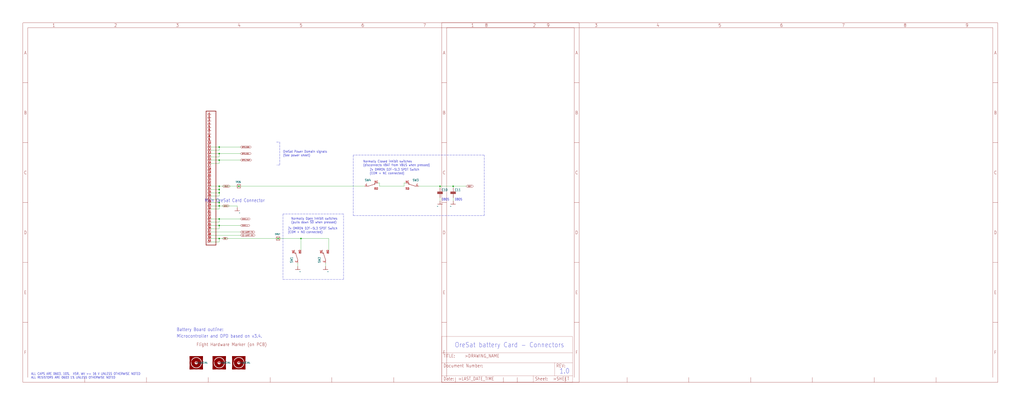
<source format=kicad_sch>
(kicad_sch (version 20211123) (generator eeschema)
  (paper "User" 795.02 317.906)
  (lib_symbols
    (symbol "oresat-batteries-eagle-import:C-EU0805-B-NOSILK"
      (property "Reference" "C" (at 1.524 0.381 0))
      (property "Value" "C-EU0805-B-NOSILK" (at 1.524 -4.699 0))
      (symbol "C-EU0805-B-NOSILK_1_0"
        (rectangle (start -2.032 -2.032) (end 2.032 -1.524) (fill (type outline)))
        (rectangle (start -2.032 -1.016) (end 2.032 -0.508) (fill (type outline)))
        (polyline (pts (xy 0 -2.54) (xy 0 -2.032)) (stroke (width 0.1524)))
        (polyline (pts (xy 0 0) (xy 0 -0.508)) (stroke (width 0.1524)))
        (pin passive line (at 0 2.54 270) (length 2.54) (name "1") (number "1"))
        (pin passive line (at 0 -5.08 90) (length 2.54) (name "2") (number "2"))
      )
    )
    (symbol "oresat-batteries-eagle-import:FIDUCIAL-1.0X2.0"
      (symbol "FIDUCIAL-1.0X2.0_1_0"
        (rectangle (start -5.08 -5.08) (end -3.556 -2.54) (fill (type outline)))
        (rectangle (start -5.08 -5.08) (end -2.54 -3.556) (fill (type outline)))
        (rectangle (start -5.08 2.54) (end -3.556 5.08) (fill (type outline)))
        (rectangle (start -5.08 3.556) (end -2.54 5.08) (fill (type outline)))
        (polyline (pts (xy -5.08 -5.08) (xy -5.08 5.08)) (stroke (width 0.127)))
        (polyline (pts (xy -5.08 -5.08) (xy 5.08 -5.08)) (stroke (width 0.127)))
        (polyline (pts (xy -5.08 5.08) (xy 5.08 5.08)) (stroke (width 0.127)))
        (polyline (pts (xy -4.699 2.54) (xy -4.699 -2.54)) (stroke (width 0.762)))
        (polyline (pts (xy -2.54 -4.699) (xy 2.54 -4.699)) (stroke (width 0.762)))
        (polyline (pts (xy -2.54 4.699) (xy 2.54 4.699)) (stroke (width 0.762)))
        (polyline (pts (xy 4.699 -2.54) (xy 4.699 2.54)) (stroke (width 0.762)))
        (polyline (pts (xy 5.08 5.08) (xy 5.08 -5.08)) (stroke (width 0.127)))
        (circle (center 0 0) (radius 2.54) (stroke (width 2.54)))
        (circle (center 0 0) (radius 4.699) (stroke (width 0.762)))
        (rectangle (start 2.54 -5.08) (end 5.08 -3.556) (fill (type outline)))
        (rectangle (start 2.54 3.556) (end 5.08 5.08) (fill (type outline)))
        (rectangle (start 3.556 -5.08) (end 5.08 -2.54) (fill (type outline)))
        (rectangle (start 3.556 2.54) (end 5.08 5.08) (fill (type outline)))
        (pin no_connect line (at 0 0 0) (length 0) (name "FIDUCIAL") (number "FIDUCIAL"))
      )
    )
    (symbol "oresat-batteries-eagle-import:FLIGHMARKERNEW"
      (symbol "FLIGHMARKERNEW_1_0"
        (text "Flight Hardware Marker (on PCB)" (at 0 0 0) (effects (font (size 2.54 2.159)) (justify left bottom)))
      )
    )
    (symbol "oresat-batteries-eagle-import:FRAME_B_L"
      (symbol "FRAME_B_L_0_0"
        (polyline (pts (xy 0 46.5667) (xy 3.81 46.5667)))
        (polyline (pts (xy 0 93.1333) (xy 3.81 93.1333)))
        (polyline (pts (xy 0 139.7) (xy 3.81 139.7)))
        (polyline (pts (xy 0 186.2667) (xy 3.81 186.2667)))
        (polyline (pts (xy 0 232.8333) (xy 3.81 232.8333)))
        (polyline (pts (xy 3.81 3.81) (xy 3.81 275.59)))
        (polyline (pts (xy 47.9778 0) (xy 47.9778 3.81)))
        (polyline (pts (xy 95.9556 0) (xy 95.9556 3.81)))
        (polyline (pts (xy 143.9333 0) (xy 143.9333 3.81)))
        (polyline (pts (xy 191.9111 0) (xy 191.9111 3.81)))
        (polyline (pts (xy 239.8889 0) (xy 239.8889 3.81)))
        (polyline (pts (xy 287.8667 0) (xy 287.8667 3.81)))
        (polyline (pts (xy 335.8444 0) (xy 335.8444 3.81)))
        (polyline (pts (xy 383.8222 0) (xy 383.8222 3.81)))
        (polyline (pts (xy 427.99 3.81) (xy 427.99 275.59)))
        (polyline (pts (xy 427.99 46.5667) (xy 431.8 46.5667)))
        (polyline (pts (xy 427.99 93.1333) (xy 431.8 93.1333)))
        (polyline (pts (xy 427.99 139.7) (xy 431.8 139.7)))
        (polyline (pts (xy 427.99 186.2667) (xy 431.8 186.2667)))
        (polyline (pts (xy 427.99 232.8333) (xy 431.8 232.8333)))
        (polyline (pts (xy 427.99 275.59) (xy 3.81 275.59)))
        (polyline (pts (xy 0 0) (xy 431.8 0) (xy 431.8 279.4) (xy 0 279.4) (xy 0 0)))
        (text "1" (at 23.9889 277.495 0) (effects (font (size 2.54 2.286))))
        (text "2" (at 71.9667 277.495 0) (effects (font (size 2.54 2.286))))
        (text "3" (at 119.9444 277.495 0) (effects (font (size 2.54 2.286))))
        (text "4" (at 167.9222 277.495 0) (effects (font (size 2.54 2.286))))
        (text "5" (at 215.9 277.495 0) (effects (font (size 2.54 2.286))))
        (text "6" (at 263.8778 277.495 0) (effects (font (size 2.54 2.286))))
        (text "7" (at 311.8556 277.495 0) (effects (font (size 2.54 2.286))))
        (text "8" (at 359.8333 277.495 0) (effects (font (size 2.54 2.286))))
        (text "9" (at 407.8111 277.495 0) (effects (font (size 2.54 2.286))))
        (text "A" (at 1.905 256.1167 0) (effects (font (size 2.54 2.286))))
        (text "A" (at 429.895 256.1167 0) (effects (font (size 2.54 2.286))))
        (text "B" (at 1.905 209.55 0) (effects (font (size 2.54 2.286))))
        (text "B" (at 429.895 209.55 0) (effects (font (size 2.54 2.286))))
        (text "C" (at 1.905 162.9833 0) (effects (font (size 2.54 2.286))))
        (text "C" (at 429.895 162.9833 0) (effects (font (size 2.54 2.286))))
        (text "D" (at 1.905 116.4167 0) (effects (font (size 2.54 2.286))))
        (text "D" (at 429.895 116.4167 0) (effects (font (size 2.54 2.286))))
        (text "E" (at 1.905 69.85 0) (effects (font (size 2.54 2.286))))
        (text "E" (at 429.895 69.85 0) (effects (font (size 2.54 2.286))))
        (text "F" (at 1.905 23.2833 0) (effects (font (size 2.54 2.286))))
        (text "F" (at 429.895 23.2833 0) (effects (font (size 2.54 2.286))))
      )
      (symbol "FRAME_B_L_2_0"
        (polyline (pts (xy 0 0) (xy 0 5.08)) (stroke (width 0.1016)))
        (polyline (pts (xy 0 0) (xy 71.12 0)) (stroke (width 0.1016)))
        (polyline (pts (xy 0 5.08) (xy 0 15.24)) (stroke (width 0.1016)))
        (polyline (pts (xy 0 5.08) (xy 71.12 5.08)) (stroke (width 0.1016)))
        (polyline (pts (xy 0 15.24) (xy 0 22.86)) (stroke (width 0.1016)))
        (polyline (pts (xy 0 22.86) (xy 0 35.56)) (stroke (width 0.1016)))
        (polyline (pts (xy 0 22.86) (xy 101.6 22.86)) (stroke (width 0.1016)))
        (polyline (pts (xy 71.12 0) (xy 101.6 0)) (stroke (width 0.1016)))
        (polyline (pts (xy 71.12 5.08) (xy 71.12 0)) (stroke (width 0.1016)))
        (polyline (pts (xy 71.12 5.08) (xy 87.63 5.08)) (stroke (width 0.1016)))
        (polyline (pts (xy 87.63 5.08) (xy 101.6 5.08)) (stroke (width 0.1016)))
        (polyline (pts (xy 87.63 15.24) (xy 0 15.24)) (stroke (width 0.1016)))
        (polyline (pts (xy 87.63 15.24) (xy 87.63 5.08)) (stroke (width 0.1016)))
        (polyline (pts (xy 101.6 5.08) (xy 101.6 0)) (stroke (width 0.1016)))
        (polyline (pts (xy 101.6 15.24) (xy 87.63 15.24)) (stroke (width 0.1016)))
        (polyline (pts (xy 101.6 15.24) (xy 101.6 5.08)) (stroke (width 0.1016)))
        (polyline (pts (xy 101.6 22.86) (xy 101.6 15.24)) (stroke (width 0.1016)))
        (polyline (pts (xy 101.6 35.56) (xy 0 35.56)) (stroke (width 0.1016)))
        (polyline (pts (xy 101.6 35.56) (xy 101.6 22.86)) (stroke (width 0.1016)))
        (text ">DRAWING_NAME" (at 17.78 19.05 0) (effects (font (size 2.54 2.159)) (justify left bottom)))
        (text ">LAST_DATE_TIME" (at 12.7 1.27 0) (effects (font (size 2.54 2.159)) (justify left bottom)))
        (text ">SHEET" (at 86.36 1.27 0) (effects (font (size 2.54 2.159)) (justify left bottom)))
        (text "Date:" (at 1.27 1.27 0) (effects (font (size 2.54 2.159)) (justify left bottom)))
        (text "Document Number:" (at 1.27 11.43 0) (effects (font (size 2.54 2.159)) (justify left bottom)))
        (text "REV:" (at 88.9 11.43 0) (effects (font (size 2.54 2.159)) (justify left bottom)))
        (text "Sheet:" (at 72.39 1.27 0) (effects (font (size 2.54 2.159)) (justify left bottom)))
        (text "TITLE:" (at 1.27 19.05 0) (effects (font (size 2.54 2.159)) (justify left bottom)))
      )
    )
    (symbol "oresat-batteries-eagle-import:GND" (power)
      (property "Value" "GND" (at -2.54 -2.54 0))
      (symbol "GND_1_0"
        (polyline (pts (xy -1.905 0) (xy 1.905 0)) (stroke (width 0.254)))
        (pin power_in line (at 0 2.54 270) (length 2.54) (name "GND") (number "1"))
      )
    )
    (symbol "oresat-batteries-eagle-import:J-SAMTEC-TFM-120-X1-XXX-D-RA"
      (property "Reference" "J" (at -6.35 51.435 0))
      (property "Value" "J-SAMTEC-TFM-120-X1-XXX-D-RA" (at -6.35 -55.88 0))
      (symbol "J-SAMTEC-TFM-120-X1-XXX-D-RA_1_0"
        (polyline (pts (xy -6.35 -53.34) (xy 1.27 -53.34)) (stroke (width 0.4064)))
        (polyline (pts (xy -6.35 50.8) (xy -6.35 -53.34)) (stroke (width 0.4064)))
        (polyline (pts (xy 1.27 -53.34) (xy 1.27 50.8)) (stroke (width 0.4064)))
        (polyline (pts (xy 1.27 50.8) (xy -6.35 50.8)) (stroke (width 0.4064)))
        (pin passive inverted (at -2.54 48.26 0) (length 2.54) (name "1") (number "1"))
        (pin passive inverted (at -2.54 25.4 0) (length 2.54) (name "10") (number "10"))
        (pin passive inverted (at -2.54 22.86 0) (length 2.54) (name "11") (number "11"))
        (pin passive inverted (at -2.54 20.32 0) (length 2.54) (name "12") (number "12"))
        (pin passive inverted (at -2.54 17.78 0) (length 2.54) (name "13") (number "13"))
        (pin passive inverted (at -2.54 15.24 0) (length 2.54) (name "14") (number "14"))
        (pin passive inverted (at -2.54 12.7 0) (length 2.54) (name "15") (number "15"))
        (pin passive inverted (at -2.54 10.16 0) (length 2.54) (name "16") (number "16"))
        (pin passive inverted (at -2.54 7.62 0) (length 2.54) (name "17") (number "17"))
        (pin passive inverted (at -2.54 5.08 0) (length 2.54) (name "18") (number "18"))
        (pin passive inverted (at -2.54 2.54 0) (length 2.54) (name "19") (number "19"))
        (pin passive inverted (at -2.54 45.72 0) (length 2.54) (name "2") (number "2"))
        (pin passive inverted (at -2.54 0 0) (length 2.54) (name "20") (number "20"))
        (pin passive inverted (at -2.54 -2.54 0) (length 2.54) (name "21") (number "21"))
        (pin passive inverted (at -2.54 -5.08 0) (length 2.54) (name "22") (number "22"))
        (pin passive inverted (at -2.54 -7.62 0) (length 2.54) (name "23") (number "23"))
        (pin passive inverted (at -2.54 -10.16 0) (length 2.54) (name "24") (number "24"))
        (pin passive inverted (at -2.54 -12.7 0) (length 2.54) (name "25") (number "25"))
        (pin passive inverted (at -2.54 -15.24 0) (length 2.54) (name "26") (number "26"))
        (pin passive inverted (at -2.54 -17.78 0) (length 2.54) (name "27") (number "27"))
        (pin passive inverted (at -2.54 -20.32 0) (length 2.54) (name "28") (number "28"))
        (pin passive inverted (at -2.54 -22.86 0) (length 2.54) (name "29") (number "29"))
        (pin passive inverted (at -2.54 43.18 0) (length 2.54) (name "3") (number "3"))
        (pin passive inverted (at -2.54 -25.4 0) (length 2.54) (name "30") (number "30"))
        (pin passive inverted (at -2.54 -27.94 0) (length 2.54) (name "31") (number "31"))
        (pin passive inverted (at -2.54 -30.48 0) (length 2.54) (name "32") (number "32"))
        (pin passive inverted (at -2.54 -33.02 0) (length 2.54) (name "33") (number "33"))
        (pin passive inverted (at -2.54 -35.56 0) (length 2.54) (name "34") (number "34"))
        (pin passive inverted (at -2.54 -38.1 0) (length 2.54) (name "35") (number "35"))
        (pin passive inverted (at -2.54 -40.64 0) (length 2.54) (name "36") (number "36"))
        (pin passive inverted (at -2.54 -43.18 0) (length 2.54) (name "37") (number "37"))
        (pin passive inverted (at -2.54 -45.72 0) (length 2.54) (name "38") (number "38"))
        (pin passive inverted (at -2.54 -48.26 0) (length 2.54) (name "39") (number "39"))
        (pin passive inverted (at -2.54 40.64 0) (length 2.54) (name "4") (number "4"))
        (pin passive inverted (at -2.54 -50.8 0) (length 2.54) (name "40") (number "40"))
        (pin passive inverted (at -2.54 38.1 0) (length 2.54) (name "5") (number "5"))
        (pin passive inverted (at -2.54 35.56 0) (length 2.54) (name "6") (number "6"))
        (pin passive inverted (at -2.54 33.02 0) (length 2.54) (name "7") (number "7"))
        (pin passive inverted (at -2.54 30.48 0) (length 2.54) (name "8") (number "8"))
        (pin passive inverted (at -2.54 27.94 0) (length 2.54) (name "9") (number "9"))
      )
    )
    (symbol "oresat-batteries-eagle-import:OMRON-D2F-L3-D-LEFT"
      (property "Reference" "SW" (at -5.08 3.81 0))
      (property "Value" "OMRON-D2F-L3-D-LEFT" (at -5.08 -5.08 0))
      (symbol "OMRON-D2F-L3-D-LEFT_1_0"
        (polyline (pts (xy -2.54 0) (xy 3.048 1.778)) (stroke (width 0.254)))
        (polyline (pts (xy 2.54 -2.54) (xy 2.54 -1.27)) (stroke (width 0.254)))
        (polyline (pts (xy 2.54 2.54) (xy 2.54 1.27)) (stroke (width 0.254)))
        (pin passive line (at -5.08 0 0) (length 2.54) (name "COM") (number "C"))
        (pin passive line (at 5.08 2.54 180) (length 2.54) (name "NC") (number "NC"))
        (pin passive line (at 5.08 -2.54 180) (length 2.54) (name "NO") (number "NO"))
      )
    )
    (symbol "oresat-batteries-eagle-import:OMRON-D2F-L3-D-RIGHT"
      (property "Reference" "SW" (at -5.08 3.81 0))
      (property "Value" "OMRON-D2F-L3-D-RIGHT" (at -5.08 -5.08 0))
      (symbol "OMRON-D2F-L3-D-RIGHT_1_0"
        (polyline (pts (xy -2.54 0) (xy 3.048 1.778)) (stroke (width 0.254)))
        (polyline (pts (xy 2.54 -2.54) (xy 2.54 -1.27)) (stroke (width 0.254)))
        (polyline (pts (xy 2.54 2.54) (xy 2.54 1.27)) (stroke (width 0.254)))
        (pin passive line (at -5.08 0 0) (length 2.54) (name "COM") (number "C"))
        (pin passive line (at 5.08 2.54 180) (length 2.54) (name "NC") (number "NC"))
        (pin passive line (at 5.08 -2.54 180) (length 2.54) (name "NO") (number "NO"))
      )
    )
    (symbol "oresat-batteries-eagle-import:TEST-POINT-LARGE-SQUARE"
      (property "Reference" "TP" (at -2.54 2.54 0))
      (symbol "TEST-POINT-LARGE-SQUARE_1_0"
        (polyline (pts (xy -1.27 -1.27) (xy -1.27 1.27)) (stroke (width 0.254)))
        (polyline (pts (xy -1.27 1.27) (xy 1.27 1.27)) (stroke (width 0.254)))
        (polyline (pts (xy 1.27 -1.27) (xy -1.27 -1.27)) (stroke (width 0.254)))
        (polyline (pts (xy 1.27 1.27) (xy 1.27 -1.27)) (stroke (width 0.254)))
        (pin passive line (at 0 0 0) (length 0) (name "1") (number "1"))
      )
    )
  )
  (junction (at 170.18 157.48))
  (junction (at 351.79 144.78))
  (junction (at 170.18 114.3))
  (junction (at 341.63 144.78))
  (junction (at 170.18 160.02))
  (junction (at 233.68 185.42))
  (junction (at 215.9 185.42))
  (junction (at 170.18 119.38))
  (junction (at 170.18 170.18))
  (junction (at 185.42 144.78))
  (junction (at 170.18 144.78))
  (junction (at 170.18 175.26))
  (junction (at 170.18 149.86))
  (junction (at 170.18 147.32))
  (junction (at 170.18 124.46))
  (junction (at 170.18 185.42))
  (wire (pts (xy 163.83 157.48) (xy 170.18 157.48)))
  (polyline (pts (xy 219.71 166.37) (xy 219.71 217.17)))
  (wire (pts (xy 325.12 144.78) (xy 341.63 144.78)))
  (wire (pts (xy 170.18 116.84) (xy 170.18 114.3)))
  (wire (pts (xy 163.83 175.26) (xy 170.18 175.26)))
  (wire (pts (xy 170.18 185.42) (xy 163.83 185.42)))
  (wire (pts (xy 163.83 127) (xy 170.18 127)))
  (wire (pts (xy 170.18 177.8) (xy 170.18 175.26)))
  (wire (pts (xy 170.18 175.26) (xy 186.69 175.26)))
  (wire (pts (xy 170.18 144.78) (xy 170.18 147.32)))
  (wire (pts (xy 163.83 177.8) (xy 170.18 177.8)))
  (wire (pts (xy 170.18 144.78) (xy 185.42 144.78)))
  (wire (pts (xy 170.18 147.32) (xy 163.83 147.32)))
  (polyline (pts (xy 375.92 120.65) (xy 274.32 120.65)))
  (wire (pts (xy 170.18 149.86) (xy 170.18 147.32)))
  (wire (pts (xy 215.9 185.42) (xy 233.68 185.42)))
  (wire (pts (xy 341.63 146.05) (xy 341.63 144.78)))
  (polyline (pts (xy 274.32 120.65) (xy 274.32 167.64)))
  (wire (pts (xy 163.83 187.96) (xy 170.18 187.96)))
  (wire (pts (xy 313.69 144.78) (xy 313.69 142.24)))
  (wire (pts (xy 294.64 142.24) (xy 294.64 144.78)))
  (wire (pts (xy 186.69 114.3) (xy 170.18 114.3)))
  (wire (pts (xy 294.64 144.78) (xy 313.69 144.78)))
  (polyline (pts (xy 217.17 128.27) (xy 214.63 128.27)))
  (wire (pts (xy 170.18 157.48) (xy 170.18 160.02)))
  (wire (pts (xy 252.73 207.01) (xy 252.73 204.47)))
  (wire (pts (xy 170.18 119.38) (xy 186.69 119.38)))
  (polyline (pts (xy 217.17 110.49) (xy 217.17 128.27)))
  (polyline (pts (xy 214.63 110.49) (xy 217.17 110.49)))
  (wire (pts (xy 170.18 121.92) (xy 170.18 119.38)))
  (wire (pts (xy 170.18 124.46) (xy 163.83 124.46)))
  (wire (pts (xy 170.18 187.96) (xy 170.18 185.42)))
  (wire (pts (xy 163.83 152.4) (xy 170.18 152.4)))
  (polyline (pts (xy 375.92 167.64) (xy 375.92 120.65)))
  (wire (pts (xy 351.79 153.67) (xy 351.79 156.21)))
  (polyline (pts (xy 266.7 217.17) (xy 266.7 166.37)))
  (wire (pts (xy 185.42 144.78) (xy 283.21 144.78)))
  (wire (pts (xy 233.68 194.31) (xy 233.68 185.42)))
  (wire (pts (xy 255.27 194.31) (xy 255.27 185.42)))
  (wire (pts (xy 163.83 121.92) (xy 170.18 121.92)))
  (wire (pts (xy 313.69 142.24) (xy 314.96 142.24)))
  (wire (pts (xy 170.18 119.38) (xy 163.83 119.38)))
  (wire (pts (xy 163.83 149.86) (xy 170.18 149.86)))
  (wire (pts (xy 170.18 157.48) (xy 170.18 154.94)))
  (wire (pts (xy 184.15 160.02) (xy 184.15 161.29)))
  (wire (pts (xy 170.18 124.46) (xy 186.69 124.46)))
  (wire (pts (xy 341.63 144.78) (xy 351.79 144.78)))
  (wire (pts (xy 293.37 142.24) (xy 294.64 142.24)))
  (wire (pts (xy 170.18 170.18) (xy 186.69 170.18)))
  (wire (pts (xy 341.63 153.67) (xy 341.63 156.21)))
  (polyline (pts (xy 219.71 217.17) (xy 266.7 217.17)))
  (wire (pts (xy 351.79 146.05) (xy 351.79 144.78)))
  (wire (pts (xy 231.14 204.47) (xy 231.14 207.01)))
  (wire (pts (xy 233.68 185.42) (xy 255.27 185.42)))
  (polyline (pts (xy 266.7 166.37) (xy 219.71 166.37)))
  (wire (pts (xy 170.18 185.42) (xy 215.9 185.42)))
  (wire (pts (xy 170.18 162.56) (xy 170.18 160.02)))
  (wire (pts (xy 163.83 182.88) (xy 186.69 182.88)))
  (wire (pts (xy 163.83 180.34) (xy 186.69 180.34)))
  (wire (pts (xy 170.18 114.3) (xy 163.83 114.3)))
  (wire (pts (xy 163.83 162.56) (xy 170.18 162.56)))
  (wire (pts (xy 351.79 144.78) (xy 361.95 144.78)))
  (wire (pts (xy 163.83 154.94) (xy 170.18 154.94)))
  (wire (pts (xy 163.83 170.18) (xy 170.18 170.18)))
  (wire (pts (xy 163.83 116.84) (xy 170.18 116.84)))
  (wire (pts (xy 170.18 160.02) (xy 184.15 160.02)))
  (wire (pts (xy 163.83 144.78) (xy 170.18 144.78)))
  (polyline (pts (xy 274.32 167.64) (xy 375.92 167.64)))
  (wire (pts (xy 170.18 152.4) (xy 170.18 149.86)))
  (wire (pts (xy 163.83 172.72) (xy 170.18 172.72)))
  (wire (pts (xy 163.83 160.02) (xy 170.18 160.02)))
  (wire (pts (xy 170.18 127) (xy 170.18 124.46)))
  (wire (pts (xy 170.18 172.72) (xy 170.18 170.18)))
  (text "2x OMRON D2F-5L3 SPDT Switch\n(COM + NC connected)" (at 287.02 135.89 180) (effects (font (size 1.778 1.5113)) (justify left bottom)))
  (text "Microcontroller and OPD based on v3.4." (at 137.16 262.89 180) (effects (font (size 2.54 2.159)) (justify left bottom)))
  (text "Battery Board outline:" (at 137.16 257.81 180) (effects (font (size 2.54 2.159)) (justify left bottom)))
  (text "OreSat Power Domain signals\n(See power sheet)" (at 219.71 121.92 180) (effects (font (size 1.778 1.5113)) (justify left bottom)))
  (text "0805" (at 342.9 156.21 180) (effects (font (size 1.778 1.5113)) (justify left bottom)))
  (text "Normally Open inhibit switches\n(pulls down ~{SD} when pressed)" (at 226.06 173.99 0) (effects (font (size 1.778 1.5113)) (justify left bottom)))
  (text "OreSat battery Card - Connectors" (at 353.06 270.51 180) (effects (font (size 3.81 3.2385)) (justify left bottom)))
  (text "Normally Closed inhibit switches\n(disconnects VBAT from VBUS when pressed)" (at 281.94 129.54 0) (effects (font (size 1.778 1.5113)) (justify left bottom)))
  (text "Main OreSat Card Connector" (at 158.75 157.48 180) (effects (font (size 2.54 2.159)) (justify left bottom)))
  (text "1.0" (at 434.34 290.83 180) (effects (font (size 3.81 3.2385)) (justify left bottom)))
  (text "0805" (at 353.06 156.21 180) (effects (font (size 1.778 1.5113)) (justify left bottom)))
  (text "ALL CAPS ARE 0603, 10%,  X5R, WV >= 16 V UNLESS OTHERWISE NOTED\nALL RESISTORS ARE 0603 1% UNLESS OTHERWISE NOTED" (at 24.13 294.64 0) (effects (font (size 1.778 1.5113)) (justify left bottom)))
  (text "2x OMRON D2F-5L3 SPDT Switch\n(COM + NO connected)" (at 223.52 181.61 180) (effects (font (size 1.778 1.5113)) (justify left bottom)))
  (global_label "~{SD}" (shape bidirectional) (at 172.72 185.42 0) (effects (font (size 0.889 0.889))) (property "Intersheet References" "${INTERSHEET_REFS}" (effects hide)))
  (global_label "CAN1_L" (shape bidirectional) (at 186.69 175.26 0) (effects (font (size 0.889 0.889))) (property "Intersheet References" "${INTERSHEET_REFS}" (effects hide)))
  (global_label "VBAT" (shape bidirectional) (at 361.95 144.78 0) (effects (font (size 0.889 0.889))) (property "Intersheet References" "${INTERSHEET_REFS}" (effects hide)))
  (global_label "VBUS" (shape bidirectional) (at 172.72 144.78 0) (effects (font (size 0.889 0.889))) (property "Intersheet References" "${INTERSHEET_REFS}" (effects hide)))
  (global_label "GND" (shape bidirectional) (at 172.72 160.02 0) (effects (font (size 0.889 0.889))) (property "Intersheet References" "${INTERSHEET_REFS}" (effects hide)))
  (global_label "C3-UART-TX" (shape bidirectional) (at 186.69 180.34 0) (effects (font (size 0.889 0.889))) (property "Intersheet References" "${INTERSHEET_REFS}" (effects hide)))
  (global_label "OPD_SDA" (shape bidirectional) (at 186.69 114.3 0) (effects (font (size 0.889 0.889))) (property "Intersheet References" "${INTERSHEET_REFS}" (effects hide)))
  (global_label "CAN1_H" (shape bidirectional) (at 186.69 170.18 0) (effects (font (size 0.889 0.889))) (property "Intersheet References" "${INTERSHEET_REFS}" (effects hide)))
  (global_label "OPD_SCL" (shape bidirectional) (at 186.69 119.38 0) (effects (font (size 0.889 0.889))) (property "Intersheet References" "${INTERSHEET_REFS}" (effects hide)))
  (global_label "C3-UART-RX" (shape bidirectional) (at 186.69 182.88 0) (effects (font (size 0.889 0.889))) (property "Intersheet References" "${INTERSHEET_REFS}" (effects hide)))
  (global_label "OPD_PWR" (shape bidirectional) (at 186.69 124.46 0) (effects (font (size 0.889 0.889))) (property "Intersheet References" "${INTERSHEET_REFS}" (effects hide)))
  (symbol (lib_id "oresat-batteries-eagle-import:TEST-POINT-LARGE-SQUARE") (at 185.42 144.78 0) (unit 1)
    (property "Reference" "TP25" (at 182.88 142.24 0) (effects (font (size 1.27 1.0795)) (justify left bottom)))
  )
  (symbol (lib_id "oresat-batteries-eagle-import:OMRON-D2F-L3-D-RIGHT") (at 288.29 144.78 0) (unit 1)
    (property "Reference" "SW4" (at 283.21 140.97 0) (effects (font (size 1.778 1.5113)) (justify left bottom)))
  )
  (symbol (lib_id "oresat-batteries-eagle-import:GND") (at 184.15 163.83 0) (mirror y) (unit 1)
    (property "Reference" "#GND1" (effects hide))
  )
  (symbol (lib_id "oresat-batteries-eagle-import:FIDUCIAL-1.0X2.0") (at 152.4 281.94 0) (unit 1)
    (property "Reference" "FIDUCIAL1" (effects hide))
  )
  (symbol (lib_id "oresat-batteries-eagle-import:FIDUCIAL-1.0X2.0") (at 170.18 281.94 0) (unit 1)
    (property "Reference" "FIDUCIAL2" (effects hide))
  )
  (symbol (lib_id "oresat-batteries-eagle-import:OMRON-D2F-L3-D-LEFT") (at 231.14 199.39 90) (unit 1)
    (property "Reference" "SW1" (at 227.33 204.47 0) (effects (font (size 1.778 1.5113)) (justify left bottom)))
  )
  (symbol (lib_id "oresat-batteries-eagle-import:TEST-POINT-LARGE-SQUARE") (at 215.9 185.42 0) (unit 1)
    (property "Reference" "TP57" (at 213.36 182.88 0) (effects (font (size 1.27 1.0795)) (justify left bottom)))
  )
  (symbol (lib_id "oresat-batteries-eagle-import:OMRON-D2F-L3-D-RIGHT") (at 252.73 199.39 90) (unit 1)
    (property "Reference" "SW2" (at 248.92 204.47 0) (effects (font (size 1.778 1.5113)) (justify left bottom)))
  )
  (symbol (lib_id "oresat-batteries-eagle-import:OMRON-D2F-L3-D-LEFT") (at 320.04 144.78 0) (mirror y) (unit 1)
    (property "Reference" "SW3" (at 325.12 140.97 0) (effects (font (size 1.778 1.5113)) (justify left bottom)))
  )
  (symbol (lib_id "oresat-batteries-eagle-import:FRAME_B_L") (at 17.78 297.18 0) (unit 1)
    (property "Reference" "#FRAME1" (effects hide))
  )
  (symbol (lib_id "oresat-batteries-eagle-import:GND") (at 351.79 158.75 0) (unit 1)
    (property "Reference" "#GND37" (effects hide))
  )
  (symbol (lib_id "oresat-batteries-eagle-import:C-EU0805-B-NOSILK") (at 341.63 148.59 0) (unit 1)
    (property "Reference" "C10" (at 342.9 148.59 0) (effects (font (size 1.778 1.5113)) (justify left bottom)))
  )
  (symbol (lib_id "oresat-batteries-eagle-import:J-SAMTEC-TFM-120-X1-XXX-D-RA") (at 161.29 137.16 0) (mirror y) (unit 1)
    (property "Reference" "J1" (effects hide))
  )
  (symbol (lib_id "oresat-batteries-eagle-import:GND") (at 341.63 158.75 0) (unit 1)
    (property "Reference" "#GND36" (effects hide))
  )
  (symbol (lib_id "oresat-batteries-eagle-import:FRAME_B_L") (at 342.9 297.18 0) (unit 2)
    (property "Reference" "#FRAME1" (effects hide))
  )
  (symbol (lib_id "oresat-batteries-eagle-import:GND") (at 231.14 209.55 0) (mirror y) (unit 1)
    (property "Reference" "#GND72" (effects hide))
  )
  (symbol (lib_id "oresat-batteries-eagle-import:GND") (at 252.73 209.55 0) (mirror y) (unit 1)
    (property "Reference" "#GND73" (effects hide))
  )
  (symbol (lib_id "oresat-batteries-eagle-import:FLIGHMARKERNEW") (at 152.4 269.24 0) (unit 1)
    (property "Reference" "U$1" (effects hide))
  )
  (symbol (lib_id "oresat-batteries-eagle-import:C-EU0805-B-NOSILK") (at 351.79 148.59 0) (unit 1)
    (property "Reference" "C11" (at 353.06 148.59 0) (effects (font (size 1.778 1.5113)) (justify left bottom)))
  )
  (symbol (lib_id "oresat-batteries-eagle-import:FIDUCIAL-1.0X2.0") (at 185.42 281.94 0) (unit 1)
    (property "Reference" "FIDUCIAL3" (effects hide))
  )
)
</source>
